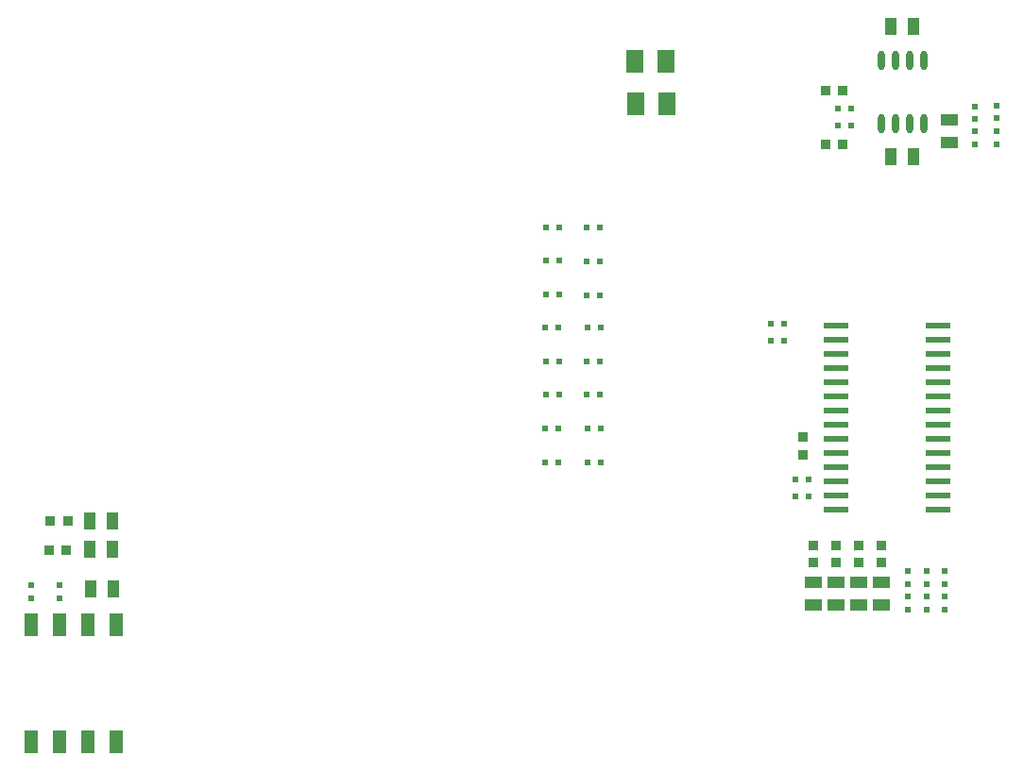
<source format=gtp>
G04*
G04 #@! TF.GenerationSoftware,Altium Limited,Altium Designer,19.0.12 (326)*
G04*
G04 Layer_Color=8421504*
%FSLAX25Y25*%
%MOIN*%
G70*
G01*
G75*
%ADD18R,0.06000X0.08000*%
%ADD19R,0.04000X0.06000*%
%ADD20R,0.03543X0.03740*%
%ADD21R,0.04528X0.08032*%
%ADD22R,0.02165X0.02165*%
%ADD23R,0.09000X0.02400*%
%ADD24R,0.02165X0.02165*%
%ADD25R,0.06000X0.04000*%
%ADD26R,0.03347X0.03347*%
%ADD27R,0.03740X0.03543*%
%ADD28O,0.02362X0.06890*%
D18*
X320750Y555917D02*
D03*
X309750D02*
D03*
X310000Y540669D02*
D03*
X321000D02*
D03*
D19*
X125500Y369500D02*
D03*
X117500D02*
D03*
X125425Y383556D02*
D03*
X117425D02*
D03*
X125425Y393555D02*
D03*
X117425D02*
D03*
X408000Y522000D02*
D03*
X400000D02*
D03*
Y568000D02*
D03*
X408000D02*
D03*
D20*
X103374Y393555D02*
D03*
X109476D02*
D03*
X102976Y383055D02*
D03*
X109079D02*
D03*
X376948Y545417D02*
D03*
X383050D02*
D03*
X376948Y526417D02*
D03*
X383050D02*
D03*
D21*
X96500Y356839D02*
D03*
X106500D02*
D03*
X116500D02*
D03*
X126500D02*
D03*
X96500Y315343D02*
D03*
X106500D02*
D03*
X116500D02*
D03*
X126500D02*
D03*
D22*
X106500Y370888D02*
D03*
Y366288D02*
D03*
X96500Y366200D02*
D03*
Y370800D02*
D03*
X419000Y371200D02*
D03*
Y375800D02*
D03*
X412500Y371200D02*
D03*
Y375800D02*
D03*
X406000Y371200D02*
D03*
Y375800D02*
D03*
X419000Y362200D02*
D03*
Y366800D02*
D03*
X412500Y362200D02*
D03*
Y366800D02*
D03*
X406000Y362200D02*
D03*
Y366800D02*
D03*
X437388Y540300D02*
D03*
Y535700D02*
D03*
X437388Y531107D02*
D03*
Y526507D02*
D03*
X429500Y531107D02*
D03*
Y526507D02*
D03*
X429508Y535354D02*
D03*
Y539954D02*
D03*
D23*
X380500Y462500D02*
D03*
Y457500D02*
D03*
Y452500D02*
D03*
Y447500D02*
D03*
Y442500D02*
D03*
Y437500D02*
D03*
Y432500D02*
D03*
Y427500D02*
D03*
Y422500D02*
D03*
Y417500D02*
D03*
Y412500D02*
D03*
Y407500D02*
D03*
Y402500D02*
D03*
Y397500D02*
D03*
X416500D02*
D03*
Y402500D02*
D03*
Y407500D02*
D03*
Y412500D02*
D03*
Y417500D02*
D03*
Y422500D02*
D03*
Y427500D02*
D03*
Y432500D02*
D03*
Y437500D02*
D03*
Y442500D02*
D03*
Y447500D02*
D03*
Y452500D02*
D03*
Y457500D02*
D03*
Y462500D02*
D03*
D24*
X366200Y402000D02*
D03*
X370800D02*
D03*
X366200Y408000D02*
D03*
X370800D02*
D03*
X357700Y457025D02*
D03*
X362300D02*
D03*
Y463315D02*
D03*
X357700D02*
D03*
X297300Y485315D02*
D03*
X292700D02*
D03*
X282800Y485458D02*
D03*
X278200D02*
D03*
X297300Y473315D02*
D03*
X292700D02*
D03*
X282800Y473601D02*
D03*
X278200D02*
D03*
X278100Y461743D02*
D03*
X282700D02*
D03*
X292700Y497315D02*
D03*
X297300D02*
D03*
X292900Y461743D02*
D03*
X297500D02*
D03*
X278200Y438029D02*
D03*
X282800D02*
D03*
X292700Y438029D02*
D03*
X297300D02*
D03*
X292700Y449886D02*
D03*
X297300D02*
D03*
X292900Y426172D02*
D03*
X297500D02*
D03*
X292900Y414315D02*
D03*
X297500D02*
D03*
X278200Y497315D02*
D03*
X282800D02*
D03*
X278200Y449886D02*
D03*
X282800D02*
D03*
X278100Y426172D02*
D03*
X282700D02*
D03*
X278100Y414315D02*
D03*
X282700D02*
D03*
X385800Y539000D02*
D03*
X381200D02*
D03*
X385800Y533000D02*
D03*
X381200D02*
D03*
D25*
X396700Y363837D02*
D03*
Y371837D02*
D03*
X388700Y363837D02*
D03*
Y371837D02*
D03*
X380700Y363837D02*
D03*
Y371837D02*
D03*
X372700Y363837D02*
D03*
Y371837D02*
D03*
X420500Y535107D02*
D03*
Y527107D02*
D03*
D26*
X369000Y416949D02*
D03*
Y423051D02*
D03*
D27*
X396700Y384889D02*
D03*
Y378786D02*
D03*
X388700Y384889D02*
D03*
Y378786D02*
D03*
X380700Y384889D02*
D03*
Y378786D02*
D03*
X372700Y384889D02*
D03*
Y378786D02*
D03*
D28*
X411500Y556319D02*
D03*
X406500D02*
D03*
X401500D02*
D03*
X396500D02*
D03*
X411500Y533681D02*
D03*
X406500D02*
D03*
X401500D02*
D03*
X396500D02*
D03*
M02*

</source>
